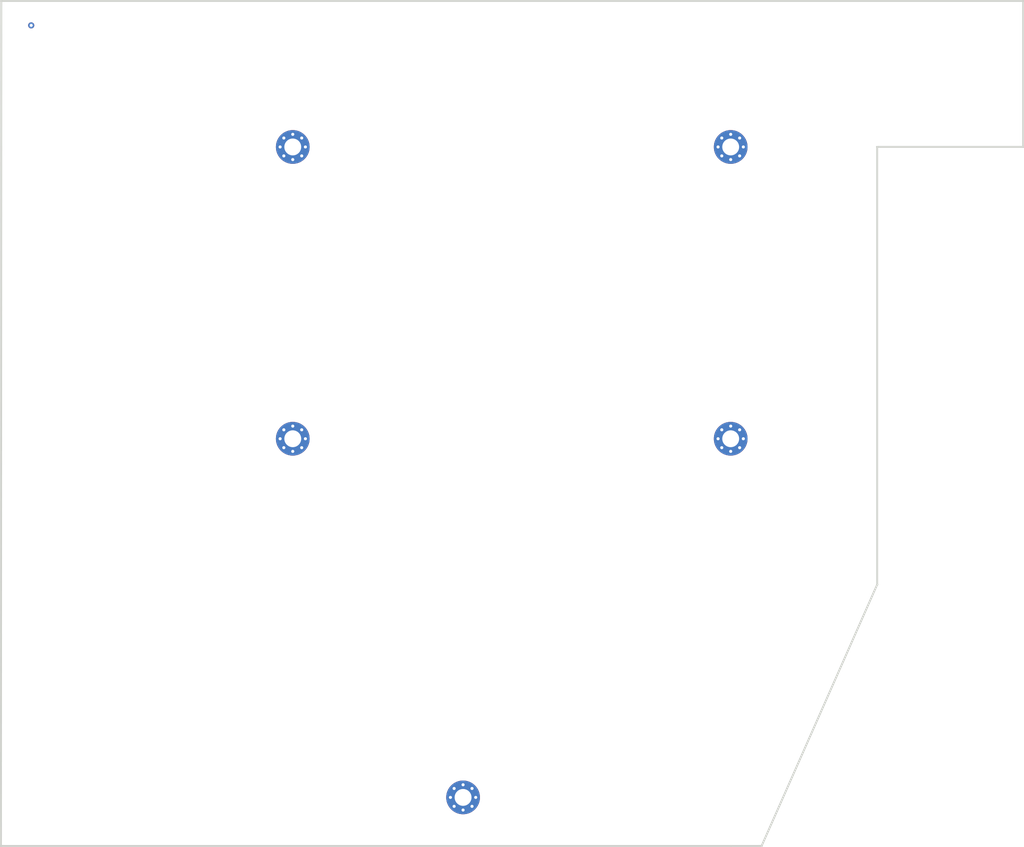
<source format=kicad_pcb>
(kicad_pcb (version 20171130) (host pcbnew "(5.1.4)-1")

  (general
    (thickness 1.6)
    (drawings 147)
    (tracks 1)
    (zones 0)
    (modules 5)
    (nets 1)
  )

  (page A4)
  (layers
    (0 F.Cu signal)
    (31 B.Cu signal)
    (32 B.Adhes user)
    (33 F.Adhes user)
    (34 B.Paste user)
    (35 F.Paste user)
    (36 B.SilkS user)
    (37 F.SilkS user)
    (38 B.Mask user)
    (39 F.Mask user)
    (40 Dwgs.User user)
    (41 Cmts.User user)
    (42 Eco1.User user)
    (43 Eco2.User user)
    (44 Edge.Cuts user)
    (45 Margin user)
    (46 B.CrtYd user)
    (47 F.CrtYd user)
    (48 B.Fab user)
    (49 F.Fab user)
  )

  (setup
    (last_trace_width 0.25)
    (trace_clearance 0.2)
    (zone_clearance 0.508)
    (zone_45_only no)
    (trace_min 0.2)
    (via_size 0.8)
    (via_drill 0.4)
    (via_min_size 0.4)
    (via_min_drill 0.3)
    (uvia_size 0.3)
    (uvia_drill 0.1)
    (uvias_allowed no)
    (uvia_min_size 0.2)
    (uvia_min_drill 0.1)
    (edge_width 0.05)
    (segment_width 0.2)
    (pcb_text_width 0.3)
    (pcb_text_size 1.5 1.5)
    (mod_edge_width 0.12)
    (mod_text_size 1 1)
    (mod_text_width 0.15)
    (pad_size 1.524 1.524)
    (pad_drill 0.762)
    (pad_to_mask_clearance 0.051)
    (solder_mask_min_width 0.25)
    (aux_axis_origin 0 0)
    (visible_elements 7FFFFFFF)
    (pcbplotparams
      (layerselection 0x010fc_ffffffff)
      (usegerberextensions false)
      (usegerberattributes false)
      (usegerberadvancedattributes false)
      (creategerberjobfile false)
      (excludeedgelayer true)
      (linewidth 0.100000)
      (plotframeref false)
      (viasonmask false)
      (mode 1)
      (useauxorigin false)
      (hpglpennumber 1)
      (hpglpenspeed 20)
      (hpglpendiameter 15.000000)
      (psnegative false)
      (psa4output false)
      (plotreference true)
      (plotvalue true)
      (plotinvisibletext false)
      (padsonsilk false)
      (subtractmaskfromsilk false)
      (outputformat 1)
      (mirror false)
      (drillshape 0)
      (scaleselection 1)
      (outputdirectory "gerber/"))
  )

  (net 0 "")

  (net_class Default "This is the default net class."
    (clearance 0.2)
    (trace_width 0.25)
    (via_dia 0.8)
    (via_drill 0.4)
    (uvia_dia 0.3)
    (uvia_drill 0.1)
  )

  (module MountingHole:MountingHole_2.2mm_M2_Pad_Via (layer F.Cu) (tedit 56DDB9C7) (tstamp 6233F799)
    (at 137.31875 50.8)
    (descr "Mounting Hole 2.2mm, M2")
    (tags "mounting hole 2.2mm m2")
    (attr virtual)
    (fp_text reference "" (at 0 -3.2) (layer F.SilkS)
      (effects (font (size 1 1) (thickness 0.15)))
    )
    (fp_text value MountingHole_2.2mm_M2_Pad_Via (at 0 3.2) (layer F.Fab)
      (effects (font (size 1 1) (thickness 0.15)))
    )
    (fp_circle (center 0 0) (end 2.45 0) (layer F.CrtYd) (width 0.05))
    (fp_circle (center 0 0) (end 2.2 0) (layer Cmts.User) (width 0.15))
    (fp_text user %R (at 0.3 0) (layer F.Fab)
      (effects (font (size 1 1) (thickness 0.15)))
    )
    (pad 1 thru_hole circle (at 1.166726 -1.166726) (size 0.7 0.7) (drill 0.4) (layers *.Cu *.Mask))
    (pad 1 thru_hole circle (at 0 -1.65) (size 0.7 0.7) (drill 0.4) (layers *.Cu *.Mask))
    (pad 1 thru_hole circle (at -1.166726 -1.166726) (size 0.7 0.7) (drill 0.4) (layers *.Cu *.Mask))
    (pad 1 thru_hole circle (at -1.65 0) (size 0.7 0.7) (drill 0.4) (layers *.Cu *.Mask))
    (pad 1 thru_hole circle (at -1.166726 1.166726) (size 0.7 0.7) (drill 0.4) (layers *.Cu *.Mask))
    (pad 1 thru_hole circle (at 0 1.65) (size 0.7 0.7) (drill 0.4) (layers *.Cu *.Mask))
    (pad 1 thru_hole circle (at 1.166726 1.166726) (size 0.7 0.7) (drill 0.4) (layers *.Cu *.Mask))
    (pad 1 thru_hole circle (at 1.65 0) (size 0.7 0.7) (drill 0.4) (layers *.Cu *.Mask))
    (pad 1 thru_hole circle (at 0 0) (size 4.4 4.4) (drill 2.2) (layers *.Cu *.Mask))
  )

  (module MountingHole:MountingHole_2.2mm_M2_Pad_Via (layer F.Cu) (tedit 56DDB9C7) (tstamp 6233F75C)
    (at 194.46875 50.8)
    (descr "Mounting Hole 2.2mm, M2")
    (tags "mounting hole 2.2mm m2")
    (attr virtual)
    (fp_text reference "" (at 0 -3.2) (layer F.SilkS)
      (effects (font (size 1 1) (thickness 0.15)))
    )
    (fp_text value MountingHole_2.2mm_M2_Pad_Via (at 0 3.2) (layer F.Fab)
      (effects (font (size 1 1) (thickness 0.15)))
    )
    (fp_circle (center 0 0) (end 2.45 0) (layer F.CrtYd) (width 0.05))
    (fp_circle (center 0 0) (end 2.2 0) (layer Cmts.User) (width 0.15))
    (fp_text user %R (at 0.3 0) (layer F.Fab)
      (effects (font (size 1 1) (thickness 0.15)))
    )
    (pad 1 thru_hole circle (at 1.166726 -1.166726) (size 0.7 0.7) (drill 0.4) (layers *.Cu *.Mask))
    (pad 1 thru_hole circle (at 0 -1.65) (size 0.7 0.7) (drill 0.4) (layers *.Cu *.Mask))
    (pad 1 thru_hole circle (at -1.166726 -1.166726) (size 0.7 0.7) (drill 0.4) (layers *.Cu *.Mask))
    (pad 1 thru_hole circle (at -1.65 0) (size 0.7 0.7) (drill 0.4) (layers *.Cu *.Mask))
    (pad 1 thru_hole circle (at -1.166726 1.166726) (size 0.7 0.7) (drill 0.4) (layers *.Cu *.Mask))
    (pad 1 thru_hole circle (at 0 1.65) (size 0.7 0.7) (drill 0.4) (layers *.Cu *.Mask))
    (pad 1 thru_hole circle (at 1.166726 1.166726) (size 0.7 0.7) (drill 0.4) (layers *.Cu *.Mask))
    (pad 1 thru_hole circle (at 1.65 0) (size 0.7 0.7) (drill 0.4) (layers *.Cu *.Mask))
    (pad 1 thru_hole circle (at 0 0) (size 4.4 4.4) (drill 2.2) (layers *.Cu *.Mask))
  )

  (module MountingHole:MountingHole_2.2mm_M2_Pad_Via (layer F.Cu) (tedit 56DDB9C7) (tstamp 6233F71F)
    (at 194.46875 88.9)
    (descr "Mounting Hole 2.2mm, M2")
    (tags "mounting hole 2.2mm m2")
    (attr virtual)
    (fp_text reference "" (at 0 -3.2) (layer F.SilkS)
      (effects (font (size 1 1) (thickness 0.15)))
    )
    (fp_text value MountingHole_2.2mm_M2_Pad_Via (at 0 3.2) (layer F.Fab)
      (effects (font (size 1 1) (thickness 0.15)))
    )
    (fp_circle (center 0 0) (end 2.45 0) (layer F.CrtYd) (width 0.05))
    (fp_circle (center 0 0) (end 2.2 0) (layer Cmts.User) (width 0.15))
    (fp_text user %R (at 0.3 0) (layer F.Fab)
      (effects (font (size 1 1) (thickness 0.15)))
    )
    (pad 1 thru_hole circle (at 1.166726 -1.166726) (size 0.7 0.7) (drill 0.4) (layers *.Cu *.Mask))
    (pad 1 thru_hole circle (at 0 -1.65) (size 0.7 0.7) (drill 0.4) (layers *.Cu *.Mask))
    (pad 1 thru_hole circle (at -1.166726 -1.166726) (size 0.7 0.7) (drill 0.4) (layers *.Cu *.Mask))
    (pad 1 thru_hole circle (at -1.65 0) (size 0.7 0.7) (drill 0.4) (layers *.Cu *.Mask))
    (pad 1 thru_hole circle (at -1.166726 1.166726) (size 0.7 0.7) (drill 0.4) (layers *.Cu *.Mask))
    (pad 1 thru_hole circle (at 0 1.65) (size 0.7 0.7) (drill 0.4) (layers *.Cu *.Mask))
    (pad 1 thru_hole circle (at 1.166726 1.166726) (size 0.7 0.7) (drill 0.4) (layers *.Cu *.Mask))
    (pad 1 thru_hole circle (at 1.65 0) (size 0.7 0.7) (drill 0.4) (layers *.Cu *.Mask))
    (pad 1 thru_hole circle (at 0 0) (size 4.4 4.4) (drill 2.2) (layers *.Cu *.Mask))
  )

  (module MountingHole:MountingHole_2.2mm_M2_Pad_Via (layer F.Cu) (tedit 56DDB9C7) (tstamp 6233F6E2)
    (at 137.31875 88.9)
    (descr "Mounting Hole 2.2mm, M2")
    (tags "mounting hole 2.2mm m2")
    (attr virtual)
    (fp_text reference "" (at 0 -3.2) (layer F.SilkS)
      (effects (font (size 1 1) (thickness 0.15)))
    )
    (fp_text value MountingHole_2.2mm_M2_Pad_Via (at 0 3.2) (layer F.Fab)
      (effects (font (size 1 1) (thickness 0.15)))
    )
    (fp_circle (center 0 0) (end 2.45 0) (layer F.CrtYd) (width 0.05))
    (fp_circle (center 0 0) (end 2.2 0) (layer Cmts.User) (width 0.15))
    (fp_text user %R (at 0.3 0) (layer F.Fab)
      (effects (font (size 1 1) (thickness 0.15)))
    )
    (pad 1 thru_hole circle (at 1.166726 -1.166726) (size 0.7 0.7) (drill 0.4) (layers *.Cu *.Mask))
    (pad 1 thru_hole circle (at 0 -1.65) (size 0.7 0.7) (drill 0.4) (layers *.Cu *.Mask))
    (pad 1 thru_hole circle (at -1.166726 -1.166726) (size 0.7 0.7) (drill 0.4) (layers *.Cu *.Mask))
    (pad 1 thru_hole circle (at -1.65 0) (size 0.7 0.7) (drill 0.4) (layers *.Cu *.Mask))
    (pad 1 thru_hole circle (at -1.166726 1.166726) (size 0.7 0.7) (drill 0.4) (layers *.Cu *.Mask))
    (pad 1 thru_hole circle (at 0 1.65) (size 0.7 0.7) (drill 0.4) (layers *.Cu *.Mask))
    (pad 1 thru_hole circle (at 1.166726 1.166726) (size 0.7 0.7) (drill 0.4) (layers *.Cu *.Mask))
    (pad 1 thru_hole circle (at 1.65 0) (size 0.7 0.7) (drill 0.4) (layers *.Cu *.Mask))
    (pad 1 thru_hole circle (at 0 0) (size 4.4 4.4) (drill 2.2) (layers *.Cu *.Mask))
  )

  (module MountingHole:MountingHole_2.2mm_M2_Pad_Via (layer F.Cu) (tedit 56DDB9C7) (tstamp 6233F6A5)
    (at 159.54375 135.73125)
    (descr "Mounting Hole 2.2mm, M2")
    (tags "mounting hole 2.2mm m2")
    (attr virtual)
    (fp_text reference "" (at 0 -3.2) (layer F.SilkS)
      (effects (font (size 1 1) (thickness 0.15)))
    )
    (fp_text value MountingHole_2.2mm_M2_Pad_Via (at 0 3.2) (layer F.Fab)
      (effects (font (size 1 1) (thickness 0.15)))
    )
    (fp_circle (center 0 0) (end 2.45 0) (layer F.CrtYd) (width 0.05))
    (fp_circle (center 0 0) (end 2.2 0) (layer Cmts.User) (width 0.15))
    (fp_text user %R (at 0.3 0) (layer F.Fab)
      (effects (font (size 1 1) (thickness 0.15)))
    )
    (pad 1 thru_hole circle (at 1.166726 -1.166726) (size 0.7 0.7) (drill 0.4) (layers *.Cu *.Mask))
    (pad 1 thru_hole circle (at 0 -1.65) (size 0.7 0.7) (drill 0.4) (layers *.Cu *.Mask))
    (pad 1 thru_hole circle (at -1.166726 -1.166726) (size 0.7 0.7) (drill 0.4) (layers *.Cu *.Mask))
    (pad 1 thru_hole circle (at -1.65 0) (size 0.7 0.7) (drill 0.4) (layers *.Cu *.Mask))
    (pad 1 thru_hole circle (at -1.166726 1.166726) (size 0.7 0.7) (drill 0.4) (layers *.Cu *.Mask))
    (pad 1 thru_hole circle (at 0 1.65) (size 0.7 0.7) (drill 0.4) (layers *.Cu *.Mask))
    (pad 1 thru_hole circle (at 1.166726 1.166726) (size 0.7 0.7) (drill 0.4) (layers *.Cu *.Mask))
    (pad 1 thru_hole circle (at 1.65 0) (size 0.7 0.7) (drill 0.4) (layers *.Cu *.Mask))
    (pad 1 thru_hole circle (at 0 0) (size 4.4 4.4) (drill 2.2) (layers *.Cu *.Mask))
  )

  (gr_line (start 213.58575 50.76065) (end 213.58675 50.76075) (layer Edge.Cuts) (width 0.2))
  (gr_line (start 232.61075 31.76075) (end 99.31045 31.76075) (layer Edge.Cuts) (width 0.2))
  (gr_line (start 232.61075 50.76075) (end 232.61075 31.76075) (layer Edge.Cuts) (width 0.2))
  (gr_line (start 213.57175 50.76485) (end 213.57575 50.76255) (layer Edge.Cuts) (width 0.2))
  (gr_line (start 213.57575 50.76255) (end 213.58075 50.76115) (layer Edge.Cuts) (width 0.2))
  (gr_line (start 213.58675 50.76075) (end 232.61075 50.76075) (layer Edge.Cuts) (width 0.2))
  (gr_line (start 213.58075 50.76115) (end 213.58475 50.76075) (layer Edge.Cuts) (width 0.2))
  (gr_line (start 213.56775 50.76795) (end 213.57175 50.76485) (layer Edge.Cuts) (width 0.2))
  (gr_line (start 213.58475 50.76075) (end 213.58575 50.76065) (layer Edge.Cuts) (width 0.2))
  (gr_line (start 99.26465 142.04225) (end 194.53475 142.04225) (layer Edge.Cuts) (width 0.2))
  (gr_line (start 198.51075 142.09125) (end 198.50875 142.09125) (layer Edge.Cuts) (width 0.2))
  (gr_line (start 213.61075 107.93825) (end 213.60975 107.94025) (layer Edge.Cuts) (width 0.2))
  (gr_line (start 198.51775 142.08825) (end 198.51575 142.08925) (layer Edge.Cuts) (width 0.2))
  (gr_line (start 198.52475 142.08125) (end 198.52475 142.08125) (layer Edge.Cuts) (width 0.2))
  (gr_line (start 198.52675 142.07825) (end 198.52575 142.07925) (layer Edge.Cuts) (width 0.2))
  (gr_line (start 232.66075 50.78455) (end 232.66075 50.78575) (layer Edge.Cuts) (width 0.2))
  (gr_line (start 198.52475 142.08125) (end 198.52375 142.08325) (layer Edge.Cuts) (width 0.2))
  (gr_line (start 194.53475 142.04225) (end 194.53475 142.04225) (layer Edge.Cuts) (width 0.2))
  (gr_line (start 198.51775 142.08825) (end 198.51775 142.08825) (layer Edge.Cuts) (width 0.2))
  (gr_line (start 213.60975 107.94325) (end 213.60875 107.94525) (layer Edge.Cuts) (width 0.2))
  (gr_line (start 213.60975 107.94125) (end 213.60975 107.94325) (layer Edge.Cuts) (width 0.2))
  (gr_line (start 198.51575 142.08925) (end 198.51375 142.09025) (layer Edge.Cuts) (width 0.2))
  (gr_line (start 232.65375 50.80355) (end 232.64975 50.80665) (layer Edge.Cuts) (width 0.2))
  (gr_line (start 198.52175 142.08525) (end 198.51975 142.08625) (layer Edge.Cuts) (width 0.2))
  (gr_line (start 198.51975 142.08625) (end 198.51775 142.08825) (layer Edge.Cuts) (width 0.2))
  (gr_line (start 198.51775 142.08825) (end 198.51775 142.08825) (layer Edge.Cuts) (width 0.2))
  (gr_line (start 198.50475 142.09225) (end 198.50375 142.09225) (layer Edge.Cuts) (width 0.2))
  (gr_line (start 198.50675 142.09225) (end 198.50575 142.09225) (layer Edge.Cuts) (width 0.2))
  (gr_line (start 198.51375 142.09025) (end 198.51375 142.09025) (layer Edge.Cuts) (width 0.2))
  (gr_line (start 232.66075 50.78575) (end 232.66075 50.78695) (layer Edge.Cuts) (width 0.2))
  (gr_line (start 213.56075 107.93025) (end 213.56075 50.78695) (layer Edge.Cuts) (width 0.2))
  (gr_line (start 198.48775 142.04225) (end 213.56075 107.93025) (layer Edge.Cuts) (width 0.2))
  (gr_line (start 198.52675 142.07825) (end 198.52675 142.07825) (layer Edge.Cuts) (width 0.2))
  (gr_line (start 232.64475 50.80895) (end 232.64075 50.81035) (layer Edge.Cuts) (width 0.2))
  (gr_line (start 194.53475 142.04225) (end 198.48775 142.04225) (layer Edge.Cuts) (width 0.2))
  (gr_line (start 232.64075 50.81035) (end 232.63575 50.81085) (layer Edge.Cuts) (width 0.2))
  (gr_line (start 198.50275 142.09225) (end 194.53475 142.09225) (layer Edge.Cuts) (width 0.2))
  (gr_line (start 213.60975 107.94125) (end 213.60975 107.94125) (layer Edge.Cuts) (width 0.2))
  (gr_line (start 198.52475 142.08125) (end 198.52475 142.08125) (layer Edge.Cuts) (width 0.2))
  (gr_line (start 99.31045 31.76075) (end 99.26465 142.04225) (layer Edge.Cuts) (width 0.2))
  (gr_line (start 198.50375 142.09225) (end 198.50275 142.09225) (layer Edge.Cuts) (width 0.2))
  (gr_line (start 198.50575 142.09225) (end 198.50475 142.09225) (layer Edge.Cuts) (width 0.2))
  (gr_line (start 232.66075 50.78695) (end 232.65975 50.79065) (layer Edge.Cuts) (width 0.2))
  (gr_line (start 198.51375 142.09025) (end 198.51375 142.09025) (layer Edge.Cuts) (width 0.2))
  (gr_line (start 198.52375 142.08325) (end 198.52175 142.08525) (layer Edge.Cuts) (width 0.2))
  (gr_line (start 213.60975 107.94025) (end 213.60975 107.94125) (layer Edge.Cuts) (width 0.2))
  (gr_line (start 232.63475 50.81075) (end 213.61075 50.81075) (layer Edge.Cuts) (width 0.2))
  (gr_line (start 213.61075 50.81075) (end 213.61075 107.93525) (layer Edge.Cuts) (width 0.2))
  (gr_line (start 232.66075 31.73695) (end 232.66075 50.78455) (layer Edge.Cuts) (width 0.2))
  (gr_line (start 213.61075 107.93525) (end 213.61075 107.93625) (layer Edge.Cuts) (width 0.2))
  (gr_line (start 232.64975 50.80665) (end 232.64475 50.80895) (layer Edge.Cuts) (width 0.2))
  (gr_line (start 198.50875 142.09125) (end 198.50875 142.09125) (layer Edge.Cuts) (width 0.2))
  (gr_line (start 213.60775 107.94625) (end 198.52775 142.07525) (layer Edge.Cuts) (width 0.2))
  (gr_line (start 232.65875 50.79535) (end 232.65675 50.79975) (layer Edge.Cuts) (width 0.2))
  (gr_line (start 194.53475 142.09225) (end 99.24085 142.09225) (layer Edge.Cuts) (width 0.2))
  (gr_line (start 198.50875 142.09125) (end 198.50675 142.09225) (layer Edge.Cuts) (width 0.2))
  (gr_line (start 198.50875 142.09125) (end 198.50875 142.09125) (layer Edge.Cuts) (width 0.2))
  (gr_line (start 198.51375 142.09025) (end 198.51075 142.09125) (layer Edge.Cuts) (width 0.2))
  (gr_line (start 198.52175 142.08525) (end 198.52175 142.08525) (layer Edge.Cuts) (width 0.2))
  (gr_line (start 232.65975 50.79065) (end 232.65875 50.79535) (layer Edge.Cuts) (width 0.2))
  (gr_line (start 232.63575 50.81085) (end 232.63475 50.81075) (layer Edge.Cuts) (width 0.2))
  (gr_line (start 213.60875 107.94525) (end 213.60775 107.94625) (layer Edge.Cuts) (width 0.2))
  (gr_line (start 232.65675 50.79975) (end 232.65375 50.80355) (layer Edge.Cuts) (width 0.2))
  (gr_line (start 198.52575 142.07925) (end 198.52475 142.08125) (layer Edge.Cuts) (width 0.2))
  (gr_line (start 198.52775 142.07625) (end 198.52675 142.07825) (layer Edge.Cuts) (width 0.2))
  (gr_line (start 198.52175 142.08525) (end 198.52175 142.08525) (layer Edge.Cuts) (width 0.2))
  (gr_line (start 213.61075 107.93625) (end 213.61075 107.93825) (layer Edge.Cuts) (width 0.2))
  (gr_line (start 213.56475 50.77175) (end 213.56775 50.76795) (layer Edge.Cuts) (width 0.2))
  (gr_line (start 213.56275 50.77615) (end 213.56475 50.77175) (layer Edge.Cuts) (width 0.2))
  (gr_line (start 213.56075 50.78085) (end 213.56275 50.77615) (layer Edge.Cuts) (width 0.2))
  (gr_line (start 198.52775 142.07525) (end 198.52775 142.07625) (layer Edge.Cuts) (width 0.2))
  (gr_line (start 213.56075 50.78575) (end 213.56075 50.78085) (layer Edge.Cuts) (width 0.2))
  (gr_line (start 213.56075 50.78695) (end 213.56075 50.78575) (layer Edge.Cuts) (width 0.2))
  (gr_line (start 99.26045 31.73695) (end 99.26035 31.73575) (layer Edge.Cuts) (width 0.2))
  (gr_line (start 99.27845 31.71175) (end 99.28055 31.71115) (layer Edge.Cuts) (width 0.2))
  (gr_line (start 99.27585 31.71255) (end 99.27585 31.71255) (layer Edge.Cuts) (width 0.2))
  (gr_line (start 232.66075 31.73575) (end 232.66075 31.73695) (layer Edge.Cuts) (width 0.2))
  (gr_line (start 99.27155 31.71485) (end 99.27155 31.71485) (layer Edge.Cuts) (width 0.2))
  (gr_line (start 232.65975 31.73085) (end 232.66075 31.73575) (layer Edge.Cuts) (width 0.2))
  (gr_line (start 232.65875 31.72615) (end 232.65975 31.73085) (layer Edge.Cuts) (width 0.2))
  (gr_line (start 99.27585 31.71255) (end 99.27585 31.71255) (layer Edge.Cuts) (width 0.2))
  (gr_line (start 99.28425 31.71075) (end 99.28425 31.71075) (layer Edge.Cuts) (width 0.2))
  (gr_line (start 232.65675 31.72175) (end 232.65875 31.72615) (layer Edge.Cuts) (width 0.2))
  (gr_line (start 232.63675 31.71075) (end 232.64075 31.71115) (layer Edge.Cuts) (width 0.2))
  (gr_line (start 232.63675 31.71075) (end 232.63675 31.71075) (layer Edge.Cuts) (width 0.2))
  (gr_line (start 99.26055 31.73455) (end 99.26065 31.73265) (layer Edge.Cuts) (width 0.2))
  (gr_line (start 99.28065 31.71115) (end 99.28305 31.71085) (layer Edge.Cuts) (width 0.2))
  (gr_line (start 99.26085 31.73085) (end 99.26085 31.73085) (layer Edge.Cuts) (width 0.2))
  (gr_line (start 99.26775 31.71795) (end 99.26775 31.71795) (layer Edge.Cuts) (width 0.2))
  (gr_line (start 99.21465 142.06525) (end 99.26045 31.73695) (layer Edge.Cuts) (width 0.2))
  (gr_line (start 232.65375 31.71795) (end 232.65675 31.72175) (layer Edge.Cuts) (width 0.2))
  (gr_line (start 232.64975 31.71485) (end 232.65375 31.71795) (layer Edge.Cuts) (width 0.2))
  (gr_line (start 232.64475 31.71255) (end 232.64975 31.71485) (layer Edge.Cuts) (width 0.2))
  (gr_line (start 232.64075 31.71115) (end 232.64475 31.71255) (layer Edge.Cuts) (width 0.2))
  (gr_line (start 232.63575 31.71065) (end 232.63675 31.71075) (layer Edge.Cuts) (width 0.2))
  (gr_line (start 99.28055 31.71115) (end 99.28065 31.71115) (layer Edge.Cuts) (width 0.2))
  (gr_line (start 99.28305 31.71085) (end 99.28425 31.71075) (layer Edge.Cuts) (width 0.2))
  (gr_line (start 99.28065 31.71115) (end 99.28065 31.71115) (layer Edge.Cuts) (width 0.2))
  (gr_line (start 99.26055 31.73455) (end 99.26055 31.73455) (layer Edge.Cuts) (width 0.2))
  (gr_line (start 99.26065 31.73265) (end 99.26085 31.73085) (layer Edge.Cuts) (width 0.2))
  (gr_line (start 99.27455 31.71325) (end 99.27585 31.71255) (layer Edge.Cuts) (width 0.2))
  (gr_line (start 99.26085 31.73085) (end 99.26225 31.72615) (layer Edge.Cuts) (width 0.2))
  (gr_line (start 99.26465 31.72175) (end 99.26665 31.71925) (layer Edge.Cuts) (width 0.2))
  (gr_line (start 232.63475 31.71075) (end 232.63575 31.71065) (layer Edge.Cuts) (width 0.2))
  (gr_line (start 99.27585 31.71255) (end 99.27845 31.71175) (layer Edge.Cuts) (width 0.2))
  (gr_line (start 99.27155 31.71485) (end 99.27455 31.71325) (layer Edge.Cuts) (width 0.2))
  (gr_line (start 99.26225 31.72615) (end 99.26465 31.72185) (layer Edge.Cuts) (width 0.2))
  (gr_line (start 99.26775 31.71795) (end 99.27155 31.71485) (layer Edge.Cuts) (width 0.2))
  (gr_line (start 99.28675 31.71075) (end 232.63475 31.71075) (layer Edge.Cuts) (width 0.2))
  (gr_line (start 99.26775 31.71795) (end 99.26775 31.71795) (layer Edge.Cuts) (width 0.2))
  (gr_line (start 99.26465 31.72175) (end 99.26465 31.72175) (layer Edge.Cuts) (width 0.2))
  (gr_line (start 99.26035 31.73575) (end 99.26055 31.73455) (layer Edge.Cuts) (width 0.2))
  (gr_line (start 99.26465 31.72175) (end 99.26465 31.72175) (layer Edge.Cuts) (width 0.2))
  (gr_line (start 99.26465 31.72185) (end 99.26465 31.72175) (layer Edge.Cuts) (width 0.2))
  (gr_line (start 99.27155 31.71485) (end 99.27155 31.71485) (layer Edge.Cuts) (width 0.2))
  (gr_line (start 99.27155 31.71485) (end 99.27155 31.71485) (layer Edge.Cuts) (width 0.2))
  (gr_line (start 99.26665 31.71925) (end 99.26775 31.71795) (layer Edge.Cuts) (width 0.2))
  (gr_line (start 99.28555 31.71065) (end 99.28675 31.71075) (layer Edge.Cuts) (width 0.2))
  (gr_line (start 99.28425 31.71075) (end 99.28555 31.71065) (layer Edge.Cuts) (width 0.2))
  (gr_line (start 99.23725 142.09125) (end 99.23475 142.09125) (layer Edge.Cuts) (width 0.2))
  (gr_line (start 99.22565 142.08725) (end 99.22565 142.08725) (layer Edge.Cuts) (width 0.2))
  (gr_line (start 99.23005 142.09025) (end 99.23005 142.09025) (layer Edge.Cuts) (width 0.2))
  (gr_line (start 99.23475 142.09125) (end 99.23095 142.09025) (layer Edge.Cuts) (width 0.2))
  (gr_line (start 99.22185 142.08425) (end 99.22045 142.08325) (layer Edge.Cuts) (width 0.2))
  (gr_line (start 99.22185 142.08425) (end 99.22185 142.08425) (layer Edge.Cuts) (width 0.2))
  (gr_line (start 99.22185 142.08425) (end 99.22185 142.08425) (layer Edge.Cuts) (width 0.2))
  (gr_line (start 99.23965 142.09225) (end 99.23725 142.09125) (layer Edge.Cuts) (width 0.2))
  (gr_line (start 99.23005 142.09025) (end 99.23005 142.09025) (layer Edge.Cuts) (width 0.2))
  (gr_line (start 99.22355 142.08625) (end 99.22185 142.08425) (layer Edge.Cuts) (width 0.2))
  (gr_line (start 99.22565 142.08725) (end 99.22355 142.08625) (layer Edge.Cuts) (width 0.2))
  (gr_line (start 99.23005 142.09025) (end 99.22695 142.08825) (layer Edge.Cuts) (width 0.2))
  (gr_line (start 99.22565 142.08725) (end 99.22565 142.08725) (layer Edge.Cuts) (width 0.2))
  (gr_line (start 99.22695 142.08825) (end 99.22565 142.08725) (layer Edge.Cuts) (width 0.2))
  (gr_line (start 99.23095 142.09025) (end 99.23005 142.09025) (layer Edge.Cuts) (width 0.2))
  (gr_line (start 99.24085 142.09225) (end 99.23965 142.09225) (layer Edge.Cuts) (width 0.2))
  (gr_line (start 99.23475 142.09125) (end 99.23475 142.09125) (layer Edge.Cuts) (width 0.2))
  (gr_line (start 99.21455 142.06725) (end 99.21465 142.06525) (layer Edge.Cuts) (width 0.2))
  (gr_line (start 99.21875 142.08125) (end 99.21875 142.08125) (layer Edge.Cuts) (width 0.2))
  (gr_line (start 99.21495 142.07125) (end 99.21495 142.07125) (layer Edge.Cuts) (width 0.2))
  (gr_line (start 99.22045 142.08325) (end 99.21875 142.08125) (layer Edge.Cuts) (width 0.2))
  (gr_line (start 99.21465 142.06825) (end 99.21455 142.06725) (layer Edge.Cuts) (width 0.2))
  (gr_line (start 99.21495 142.07125) (end 99.21465 142.06825) (layer Edge.Cuts) (width 0.2))
  (gr_line (start 99.21645 142.07625) (end 99.21495 142.07125) (layer Edge.Cuts) (width 0.2))
  (gr_line (start 99.21805 142.07925) (end 99.21645 142.07625) (layer Edge.Cuts) (width 0.2))
  (gr_line (start 99.21875 142.08125) (end 99.21875 142.08125) (layer Edge.Cuts) (width 0.2))
  (gr_line (start 99.21495 142.07125) (end 99.21495 142.07125) (layer Edge.Cuts) (width 0.2))
  (gr_line (start 99.21875 142.08125) (end 99.21805 142.07925) (layer Edge.Cuts) (width 0.2))

  (via (at 103.1875 34.925) (size 0.8) (drill 0.4) (layers F.Cu B.Cu) (net 0))

)

</source>
